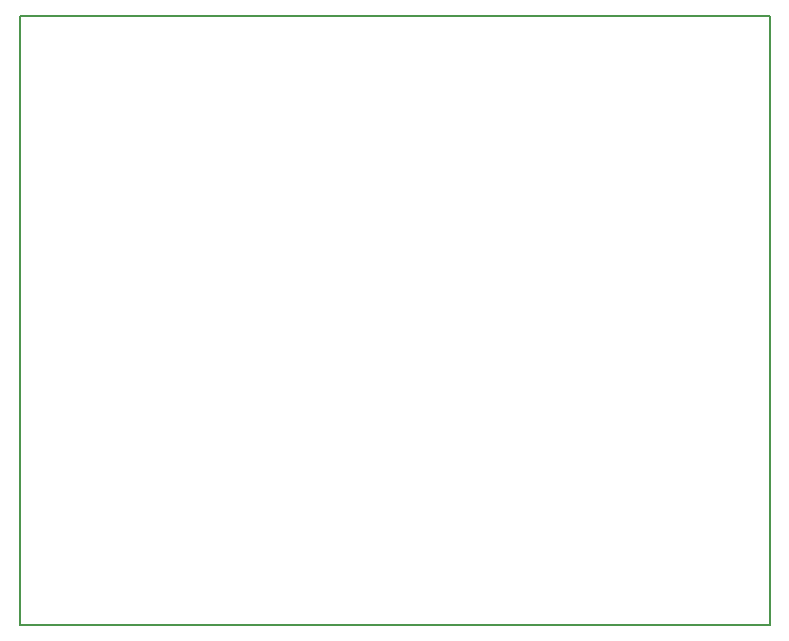
<source format=gm1>
G04 #@! TF.GenerationSoftware,KiCad,Pcbnew,5.0.2+dfsg1-1~bpo9+1*
G04 #@! TF.CreationDate,2019-02-16T22:44:35+01:00*
G04 #@! TF.ProjectId,main,6d61696e-2e6b-4696-9361-645f70636258,v02*
G04 #@! TF.SameCoordinates,Original*
G04 #@! TF.FileFunction,Profile,NP*
%FSLAX46Y46*%
G04 Gerber Fmt 4.6, Leading zero omitted, Abs format (unit mm)*
G04 Created by KiCad (PCBNEW 5.0.2+dfsg1-1~bpo9+1) date Sat 16 Feb 2019 10:44:35 PM CET*
%MOMM*%
%LPD*%
G01*
G04 APERTURE LIST*
%ADD10C,0.150000*%
G04 APERTURE END LIST*
D10*
X202438000Y-73660000D02*
X138938000Y-73660000D01*
X202438000Y-125222000D02*
X202438000Y-73660000D01*
X138938000Y-125222000D02*
X202438000Y-125222000D01*
X138938000Y-73660000D02*
X138938000Y-125222000D01*
M02*

</source>
